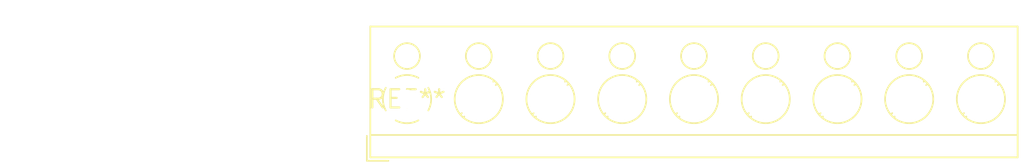
<source format=kicad_pcb>
(kicad_pcb (version 20240108) (generator pcbnew)
  (layers (0 "F.Cu" signal) (31 "B.Cu" signal) (34 "B.Paste" user) (35 "F.Paste" user) (36 "B.SilkS" user "B.Silkscreen") (37 "F.SilkS" user "F.Silkscreen") (38 "B.Mask" user) (39 "F.Mask" user) (44 "Edge.Cuts" user))
  (net 0 "")
  (footprint "TerminalBlock_RND_205-00008_1x09_P5.00mm_Horizontal" (layer "F.Cu") (at 0 0)
    (property "Reference" "REF**")
    (property "Value" "TerminalBlock_RND_205-00008_1x09_P5.00mm_Horizontal")
    (fp_line (start -2.8 2.56) (end -2.8 4.3) (layer "F.SilkS") (stroke (width 0.12)))
    (fp_line (start -2.8 4.3) (end -1.3 4.3) (layer "F.SilkS") (stroke (width 0.12)))
    (fp_line (start -2.56 -5.06) (end -2.56 4.06) (layer "F.SilkS") (stroke (width 0.12)))
    (fp_line (start -2.56 -5.06) (end 42.56 -5.06) (layer "F.SilkS") (stroke (width 0.12)))
    (fp_line (start -2.56 2.5) (end 42.56 2.5) (layer "F.SilkS") (stroke (width 0.12)))
    (fp_line (start -2.56 4.06) (end 42.56 4.06) (layer "F.SilkS") (stroke (width 0.12)))
    (fp_line (start 3.82 0.976) (end 3.726 1.069) (layer "F.SilkS") (stroke (width 0.12)))
    (fp_line (start 3.99 1.216) (end 3.931 1.274) (layer "F.SilkS") (stroke (width 0.12)))
    (fp_line (start 6.07 -1.275) (end 6.011 -1.216) (layer "F.SilkS") (stroke (width 0.12)))
    (fp_line (start 6.275 -1.069) (end 6.181 -0.976) (layer "F.SilkS") (stroke (width 0.12)))
    (fp_line (start 8.82 0.976) (end 8.726 1.069) (layer "F.SilkS") (stroke (width 0.12)))
    (fp_line (start 8.99 1.216) (end 8.931 1.274) (layer "F.SilkS") (stroke (width 0.12)))
    (fp_line (start 11.07 -1.275) (end 11.011 -1.216) (layer "F.SilkS") (stroke (width 0.12)))
    (fp_line (start 11.275 -1.069) (end 11.181 -0.976) (layer "F.SilkS") (stroke (width 0.12)))
    (fp_line (start 13.82 0.976) (end 13.726 1.069) (layer "F.SilkS") (stroke (width 0.12)))
    (fp_line (start 13.99 1.216) (end 13.931 1.274) (layer "F.SilkS") (stroke (width 0.12)))
    (fp_line (start 16.07 -1.275) (end 16.011 -1.216) (layer "F.SilkS") (stroke (width 0.12)))
    (fp_line (start 16.275 -1.069) (end 16.181 -0.976) (layer "F.SilkS") (stroke (width 0.12)))
    (fp_line (start 18.82 0.976) (end 18.726 1.069) (layer "F.SilkS") (stroke (width 0.12)))
    (fp_line (start 18.99 1.216) (end 18.931 1.274) (layer "F.SilkS") (stroke (width 0.12)))
    (fp_line (start 21.07 -1.275) (end 21.011 -1.216) (layer "F.SilkS") (stroke (width 0.12)))
    (fp_line (start 21.275 -1.069) (end 21.181 -0.976) (layer "F.SilkS") (stroke (width 0.12)))
    (fp_line (start 23.82 0.976) (end 23.726 1.069) (layer "F.SilkS") (stroke (width 0.12)))
    (fp_line (start 23.99 1.216) (end 23.931 1.274) (layer "F.SilkS") (stroke (width 0.12)))
    (fp_line (start 26.07 -1.275) (end 26.011 -1.216) (layer "F.SilkS") (stroke (width 0.12)))
    (fp_line (start 26.275 -1.069) (end 26.181 -0.976) (layer "F.SilkS") (stroke (width 0.12)))
    (fp_line (start 28.82 0.976) (end 28.726 1.069) (layer "F.SilkS") (stroke (width 0.12)))
    (fp_line (start 28.99 1.216) (end 28.931 1.274) (layer "F.SilkS") (stroke (width 0.12)))
    (fp_line (start 31.07 -1.275) (end 31.011 -1.216) (layer "F.SilkS") (stroke (width 0.12)))
    (fp_line (start 31.275 -1.069) (end 31.181 -0.976) (layer "F.SilkS") (stroke (width 0.12)))
    (fp_line (start 33.82 0.976) (end 33.726 1.069) (layer "F.SilkS") (stroke (width 0.12)))
    (fp_line (start 33.99 1.216) (end 33.931 1.274) (layer "F.SilkS") (stroke (width 0.12)))
    (fp_line (start 36.07 -1.275) (end 36.011 -1.216) (layer "F.SilkS") (stroke (width 0.12)))
    (fp_line (start 36.275 -1.069) (end 36.181 -0.976) (layer "F.SilkS") (stroke (width 0.12)))
    (fp_line (start 38.82 0.976) (end 38.726 1.069) (layer "F.SilkS") (stroke (width 0.12)))
    (fp_line (start 38.99 1.216) (end 38.931 1.274) (layer "F.SilkS") (stroke (width 0.12)))
    (fp_line (start 41.07 -1.275) (end 41.011 -1.216) (layer "F.SilkS") (stroke (width 0.12)))
    (fp_line (start 41.275 -1.069) (end 41.181 -0.976) (layer "F.SilkS") (stroke (width 0.12)))
    (fp_line (start 42.56 -5.06) (end 42.56 4.06) (layer "F.SilkS") (stroke (width 0.12)))
    (fp_arc (start -1.483953 0.789089) (mid -1.680708 5e-05) (end -1.484 -0.789) (layer "F.SilkS") (stroke (width 0.12)))
    (fp_arc (start -0.789089 -1.483953) (mid -5e-05 -1.680708) (end 0.789 -1.484) (layer "F.SilkS") (stroke (width 0.12)))
    (fp_arc (start 0.029383 1.68045) (mid -0.392304 1.634281) (end -0.789 1.484) (layer "F.SilkS") (stroke (width 0.12)))
    (fp_arc (start 0.788712 1.483352) (mid 0.406429 1.630097) (end 0 1.68) (layer "F.SilkS") (stroke (width 0.12)))
    (fp_arc (start 1.483953 -0.789089) (mid 1.680708 -5e-05) (end 1.484 0.789) (layer "F.SilkS") (stroke (width 0.12)))
    (fp_circle (center 0 -3) (end 0.9 -3) (layer "F.SilkS") (stroke (width 0.12)) (fill none))
    (fp_circle (center 5 -3) (end 5.9 -3) (layer "F.SilkS") (stroke (width 0.12)) (fill none))
    (fp_circle (center 5 0) (end 6.68 0) (layer "F.SilkS") (stroke (width 0.12)) (fill none))
    (fp_circle (center 10 -3) (end 10.9 -3) (layer "F.SilkS") (stroke (width 0.12)) (fill none))
    (fp_circle (center 10 0) (end 11.68 0) (layer "F.SilkS") (stroke (width 0.12)) (fill none))
    (fp_circle (center 15 -3) (end 15.9 -3) (layer "F.SilkS") (stroke (width 0.12)) (fill none))
    (fp_circle (center 15 0) (end 16.68 0) (layer "F.SilkS") (stroke (width 0.12)) (fill none))
    (fp_circle (center 20 -3) (end 20.9 -3) (layer "F.SilkS") (stroke (width 0.12)) (fill none))
    (fp_circle (center 20 0) (end 21.68 0) (layer "F.SilkS") (stroke (width 0.12)) (fill none))
    (fp_circle (center 25 -3) (end 25.9 -3) (layer "F.SilkS") (stroke (width 0.12)) (fill none))
    (fp_circle (center 25 0) (end 26.68 0) (layer "F.SilkS") (stroke (width 0.12)) (fill none))
    (fp_circle (center 30 -3) (end 30.9 -3) (layer "F.SilkS") (stroke (width 0.12)) (fill none))
    (fp_circle (center 30 0) (end 31.68 0) (layer "F.SilkS") (stroke (width 0.12)) (fill none))
    (fp_circle (center 35 -3) (end 35.9 -3) (layer "F.SilkS") (stroke (width 0.12)) (fill none))
    (fp_circle (center 35 0) (end 36.68 0) (layer "F.SilkS") (stroke (width 0.12)) (fill none))
    (fp_circle (center 40 -3) (end 40.9 -3) (layer "F.SilkS") (stroke (width 0.12)) (fill none))
    (fp_circle (center 40 0) (end 41.68 0) (layer "F.SilkS") (stroke (width 0.12)) (fill none))
    (pad "1" thru_hole rect (at 0 0) (size 2.5 2.5) (drill 1.3) (layers *.Cu *.Mask) (remove_unused_layers))
    (pad "2" thru_hole circle (at 5 0) (size 2.5 2.5) (drill 1.3) (layers *.Cu *.Mask) (remove_unused_layers))
    (pad "3" thru_hole circle (at 10 0) (size 2.5 2.5) (drill 1.3) (layers *.Cu *.Mask) (remove_unused_layers))
    (pad "4" thru_hole circle (at 15 0) (size 2.5 2.5) (drill 1.3) (layers *.Cu *.Mask) (remove_unused_layers))
    (pad "5" thru_hole circle (at 20 0) (size 2.5 2.5) (drill 1.3) (layers *.Cu *.Mask) (remove_unused_layers))
    (pad "6" thru_hole circle (at 25 0) (size 2.5 2.5) (drill 1.3) (layers *.Cu *.Mask) (remove_unused_layers))
    (pad "7" thru_hole circle (at 30 0) (size 2.5 2.5) (drill 1.3) (layers *.Cu *.Mask) (remove_unused_layers))
    (pad "8" thru_hole circle (at 35 0) (size 2.5 2.5) (drill 1.3) (layers *.Cu *.Mask) (remove_unused_layers))
    (pad "9" thru_hole circle (at 40 0) (size 2.5 2.5) (drill 1.3) (layers *.Cu *.Mask) (remove_unused_layers))
  )
)
</source>
